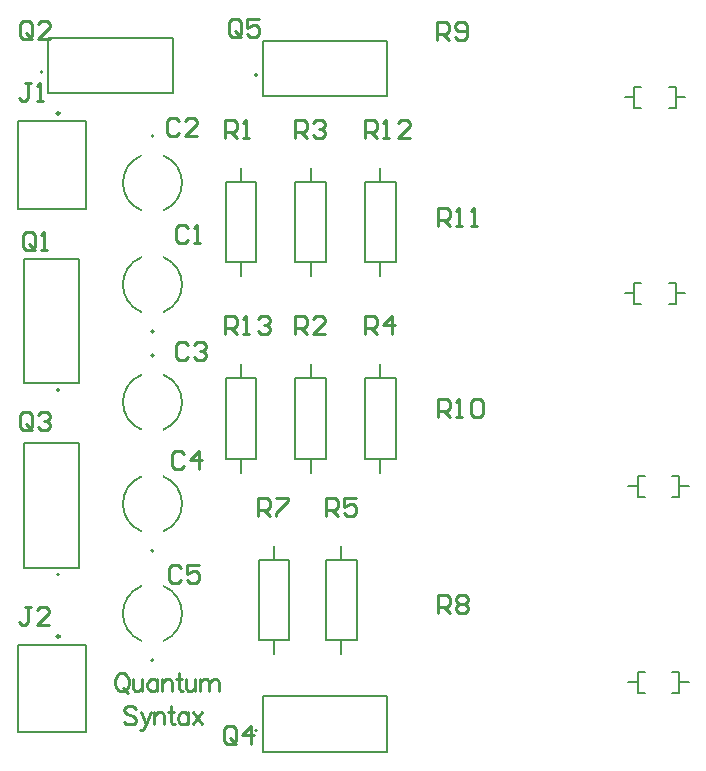
<source format=gto>
G04*
G04 #@! TF.GenerationSoftware,Altium Limited,Altium Designer,23.3.1 (30)*
G04*
G04 Layer_Color=65535*
%FSLAX25Y25*%
%MOIN*%
G70*
G04*
G04 #@! TF.SameCoordinates,0E418F4D-2CBD-42A3-A537-BC7B457329F7*
G04*
G04*
G04 #@! TF.FilePolarity,Positive*
G04*
G01*
G75*
%ADD10C,0.00787*%
%ADD11C,0.00500*%
%ADD12C,0.00984*%
%ADD13C,0.00600*%
%ADD14C,0.01000*%
D10*
X84862Y16000D02*
G03*
X84862Y16000I-394J0D01*
G01*
X50394Y141024D02*
G03*
X50394Y141024I-394J0D01*
G01*
X13362Y235500D02*
G03*
X13362Y235500I-394J0D01*
G01*
X84862Y234500D02*
G03*
X84862Y234500I-394J0D01*
G01*
X18894Y129469D02*
G03*
X18894Y129469I-394J0D01*
G01*
Y67968D02*
G03*
X18894Y67968I-394J0D01*
G01*
X50394Y214102D02*
G03*
X50394Y214102I-394J0D01*
G01*
X50394Y149016D02*
G03*
X50394Y149016I-394J0D01*
G01*
Y39398D02*
G03*
X50394Y39398I-394J0D01*
G01*
Y75937D02*
G03*
X50394Y75937I-394J0D01*
G01*
X27819Y15512D02*
Y44646D01*
X5181Y15512D02*
X27819D01*
X5181D02*
Y44646D01*
X27819D01*
Y189933D02*
Y219067D01*
X5181Y189933D02*
X27819D01*
X5181D02*
Y219067D01*
X27819D01*
D11*
X46313Y134547D02*
G03*
X46313Y116295I3687J-9126D01*
G01*
X53687D02*
G03*
X53687Y134547I-3687J9126D01*
G01*
Y189374D02*
G03*
X53687Y207626I-3687J9126D01*
G01*
X46313D02*
G03*
X46313Y189374I3687J-9126D01*
G01*
X46313Y173744D02*
G03*
X46313Y155492I3687J-9126D01*
G01*
X53687D02*
G03*
X53687Y173744I-3687J9126D01*
G01*
X46313Y64126D02*
G03*
X46313Y45874I3687J-9126D01*
G01*
X53687D02*
G03*
X53687Y64126I-3687J9126D01*
G01*
X46313Y100665D02*
G03*
X46313Y82413I3687J-9126D01*
G01*
X53687D02*
G03*
X53687Y100665I-3687J9126D01*
G01*
X224390Y161667D02*
X227539D01*
X222106Y158025D02*
X224390D01*
X222106Y165308D02*
X224390D01*
Y158025D02*
Y161667D01*
Y165308D01*
X207461Y161667D02*
X210610D01*
Y158025D02*
X212894D01*
X210610D02*
Y161667D01*
Y165308D01*
X212894D01*
X224390Y227000D02*
X227539D01*
X222106Y223358D02*
X224390D01*
X222106Y230642D02*
X224390D01*
Y223358D02*
Y227000D01*
Y230642D01*
X207461Y227000D02*
X210610D01*
Y223358D02*
X212894D01*
X210610D02*
Y227000D01*
Y230642D01*
X212894D01*
X126000Y198886D02*
X131118D01*
X120882D02*
X126000D01*
X120882Y172114D02*
Y198886D01*
Y172114D02*
X126000D01*
X131118D01*
Y198886D01*
X126000D02*
Y203531D01*
Y167468D02*
Y172114D01*
X79500Y133386D02*
X84618D01*
X74382D02*
X79500D01*
X74382Y106614D02*
Y133386D01*
Y106614D02*
X79500D01*
X84618D01*
Y133386D01*
X79500D02*
Y138031D01*
Y101968D02*
Y106614D01*
X208659Y97333D02*
X211809D01*
Y100975D02*
X214092D01*
X211809Y93692D02*
X214092D01*
X211809Y97333D02*
Y100975D01*
Y93692D02*
Y97333D01*
X225589D02*
X228738D01*
X223305Y100975D02*
X225589D01*
Y97333D02*
Y100975D01*
Y93692D02*
Y97333D01*
X223305Y93692D02*
X225589D01*
X208659Y32000D02*
X211809D01*
Y35642D02*
X214092D01*
X211809Y28358D02*
X214092D01*
X211809Y32000D02*
Y35642D01*
Y28358D02*
Y32000D01*
X225589D02*
X228738D01*
X223305Y35642D02*
X225589D01*
Y32000D02*
Y35642D01*
Y28358D02*
Y32000D01*
X223305Y28358D02*
X225589D01*
X85382Y46114D02*
X90500D01*
X95618D01*
Y72886D01*
X90500D02*
X95618D01*
X85382D02*
X90500D01*
X85382Y46114D02*
Y72886D01*
X90500Y41468D02*
Y46114D01*
Y72886D02*
Y77531D01*
X107882Y46114D02*
X113000D01*
X118118D01*
Y72886D01*
X113000D02*
X118118D01*
X107882D02*
X113000D01*
X107882Y46114D02*
Y72886D01*
X113000Y41468D02*
Y46114D01*
Y72886D02*
Y77531D01*
X126000Y133386D02*
X131118D01*
X120882D02*
X126000D01*
X120882Y106614D02*
Y133386D01*
Y106614D02*
X126000D01*
X131118D01*
Y133386D01*
X126000D02*
Y138031D01*
Y101968D02*
Y106614D01*
X97632Y172114D02*
X102750D01*
X107868D01*
Y198886D01*
X102750D02*
X107868D01*
X97632D02*
X102750D01*
X97632Y172114D02*
Y198886D01*
X102750Y167469D02*
Y172114D01*
Y198886D02*
Y203532D01*
Y133386D02*
X107868D01*
X97632D02*
X102750D01*
X97632Y106614D02*
Y133386D01*
Y106614D02*
X102750D01*
X107868D01*
Y133386D01*
X102750D02*
Y138031D01*
Y101968D02*
Y106614D01*
X74382Y172114D02*
X79500D01*
X84618D01*
Y198886D01*
X79500D02*
X84618D01*
X74382D02*
X79500D01*
X74382Y172114D02*
Y198886D01*
X79500Y167469D02*
Y172114D01*
Y198886D02*
Y203532D01*
D12*
X19059Y47303D02*
G03*
X19059Y47303I-492J0D01*
G01*
Y221724D02*
G03*
X19059Y221724I-492J0D01*
G01*
D13*
X86752Y8913D02*
Y27417D01*
X128248D01*
Y8913D02*
Y27417D01*
X86752Y8913D02*
X128248D01*
X15252Y228413D02*
X56748D01*
Y246917D01*
X15252D02*
X56748D01*
X15252Y228413D02*
Y246917D01*
X86752Y227413D02*
X128248D01*
Y245917D01*
X86752D02*
X128248D01*
X86752Y227413D02*
Y245917D01*
X7083Y131752D02*
X25587D01*
X7083D02*
Y173248D01*
X25587D01*
Y131752D02*
Y173248D01*
Y70252D02*
Y111748D01*
X7083D02*
X25587D01*
X7083Y70252D02*
Y111748D01*
Y70252D02*
X25587D01*
D14*
X145100Y184167D02*
Y190165D01*
X148099D01*
X149099Y189165D01*
Y187166D01*
X148099Y186166D01*
X145100D01*
X147099D02*
X149099Y184167D01*
X151098D02*
X153097D01*
X152098D01*
Y190165D01*
X151098Y189165D01*
X156096Y184167D02*
X158096D01*
X157096D01*
Y190165D01*
X156096Y189165D01*
X145002Y246001D02*
Y251999D01*
X148001D01*
X149000Y250999D01*
Y249000D01*
X148001Y248000D01*
X145002D01*
X147001D02*
X149000Y246001D01*
X151000Y247001D02*
X151999Y246001D01*
X153999D01*
X154998Y247001D01*
Y250999D01*
X153999Y251999D01*
X151999D01*
X151000Y250999D01*
Y250000D01*
X151999Y249000D01*
X154998D01*
X78000Y12501D02*
Y16499D01*
X77001Y17499D01*
X75001D01*
X74002Y16499D01*
Y12501D01*
X75001Y11501D01*
X77001D01*
X76001Y13500D02*
X78000Y11501D01*
X77001D02*
X78000Y12501D01*
X82999Y11501D02*
Y17499D01*
X80000Y14500D01*
X83998D01*
X62000Y144499D02*
X61001Y145499D01*
X59001D01*
X58002Y144499D01*
Y140501D01*
X59001Y139501D01*
X61001D01*
X62000Y140501D01*
X64000Y144499D02*
X64999Y145499D01*
X66999D01*
X67998Y144499D01*
Y143500D01*
X66999Y142500D01*
X65999D01*
X66999D01*
X67998Y141500D01*
Y140501D01*
X66999Y139501D01*
X64999D01*
X64000Y140501D01*
X10000Y247501D02*
Y251499D01*
X9001Y252499D01*
X7001D01*
X6002Y251499D01*
Y247501D01*
X7001Y246501D01*
X9001D01*
X8001Y248500D02*
X10000Y246501D01*
X9001D02*
X10000Y247501D01*
X15998Y246501D02*
X12000D01*
X15998Y250500D01*
Y251499D01*
X14999Y252499D01*
X12999D01*
X12000Y251499D01*
X79500Y248001D02*
Y251999D01*
X78501Y252999D01*
X76501D01*
X75502Y251999D01*
Y248001D01*
X76501Y247001D01*
X78501D01*
X77501Y249000D02*
X79500Y247001D01*
X78501D02*
X79500Y248001D01*
X85498Y252999D02*
X81500D01*
Y250000D01*
X83499Y251000D01*
X84499D01*
X85498Y250000D01*
Y248001D01*
X84499Y247001D01*
X82499D01*
X81500Y248001D01*
X10000Y117001D02*
Y120999D01*
X9001Y121999D01*
X7001D01*
X6002Y120999D01*
Y117001D01*
X7001Y116001D01*
X9001D01*
X8001Y118000D02*
X10000Y116001D01*
X9001D02*
X10000Y117001D01*
X12000Y120999D02*
X12999Y121999D01*
X14999D01*
X15998Y120999D01*
Y120000D01*
X14999Y119000D01*
X13999D01*
X14999D01*
X15998Y118000D01*
Y117001D01*
X14999Y116001D01*
X12999D01*
X12000Y117001D01*
X11000Y177001D02*
Y180999D01*
X10000Y181999D01*
X8001D01*
X7001Y180999D01*
Y177001D01*
X8001Y176001D01*
X10000D01*
X9001Y178000D02*
X11000Y176001D01*
X10000D02*
X11000Y177001D01*
X12999Y176001D02*
X14999D01*
X13999D01*
Y181999D01*
X12999Y180999D01*
X59000Y218999D02*
X58001Y219999D01*
X56001D01*
X55002Y218999D01*
Y215001D01*
X56001Y214001D01*
X58001D01*
X59000Y215001D01*
X64998Y214001D02*
X61000D01*
X64998Y218000D01*
Y218999D01*
X63999Y219999D01*
X61999D01*
X61000Y218999D01*
X62000Y183499D02*
X61000Y184499D01*
X59001D01*
X58001Y183499D01*
Y179501D01*
X59001Y178501D01*
X61000D01*
X62000Y179501D01*
X63999Y178501D02*
X65999D01*
X64999D01*
Y184499D01*
X63999Y183499D01*
X59500Y69999D02*
X58501Y70999D01*
X56501D01*
X55502Y69999D01*
Y66001D01*
X56501Y65001D01*
X58501D01*
X59500Y66001D01*
X65498Y70999D02*
X61500D01*
Y68000D01*
X63499Y69000D01*
X64499D01*
X65498Y68000D01*
Y66001D01*
X64499Y65001D01*
X62499D01*
X61500Y66001D01*
X120800Y213600D02*
Y219598D01*
X123799D01*
X124799Y218598D01*
Y216599D01*
X123799Y215599D01*
X120800D01*
X122799D02*
X124799Y213600D01*
X126798D02*
X128797D01*
X127798D01*
Y219598D01*
X126798Y218598D01*
X135795Y213600D02*
X131796D01*
X135795Y217599D01*
Y218598D01*
X134795Y219598D01*
X132796D01*
X131796Y218598D01*
X60500Y107999D02*
X59501Y108999D01*
X57501D01*
X56502Y107999D01*
Y104001D01*
X57501Y103001D01*
X59501D01*
X60500Y104001D01*
X65499Y103001D02*
Y108999D01*
X62500Y106000D01*
X66498D01*
X74300Y148100D02*
Y154098D01*
X77299D01*
X78299Y153098D01*
Y151099D01*
X77299Y150099D01*
X74300D01*
X76299D02*
X78299Y148100D01*
X80298D02*
X82297D01*
X81298D01*
Y154098D01*
X80298Y153098D01*
X85296D02*
X86296Y154098D01*
X88296D01*
X89295Y153098D01*
Y152099D01*
X88296Y151099D01*
X87296D01*
X88296D01*
X89295Y150099D01*
Y149100D01*
X88296Y148100D01*
X86296D01*
X85296Y149100D01*
X145099Y120333D02*
Y126331D01*
X148098D01*
X149098Y125332D01*
Y123332D01*
X148098Y122333D01*
X145099D01*
X147098D02*
X149098Y120333D01*
X151097D02*
X153096D01*
X152096D01*
Y126331D01*
X151097Y125332D01*
X156095D02*
X157095Y126331D01*
X159094D01*
X160094Y125332D01*
Y121333D01*
X159094Y120333D01*
X157095D01*
X156095Y121333D01*
Y125332D01*
X145099Y55000D02*
Y60998D01*
X148098D01*
X149098Y59998D01*
Y57999D01*
X148098Y56999D01*
X145099D01*
X147098D02*
X149098Y55000D01*
X151097Y59998D02*
X152096Y60998D01*
X154096D01*
X155096Y59998D01*
Y58999D01*
X154096Y57999D01*
X155096Y56999D01*
Y56000D01*
X154096Y55000D01*
X152096D01*
X151097Y56000D01*
Y56999D01*
X152096Y57999D01*
X151097Y58999D01*
Y59998D01*
X152096Y57999D02*
X154096D01*
X85300Y87600D02*
Y93598D01*
X88299D01*
X89299Y92598D01*
Y90599D01*
X88299Y89599D01*
X85300D01*
X87299D02*
X89299Y87600D01*
X91298Y93598D02*
X95297D01*
Y92598D01*
X91298Y88600D01*
Y87600D01*
X107800D02*
Y93598D01*
X110799D01*
X111799Y92598D01*
Y90599D01*
X110799Y89599D01*
X107800D01*
X109799D02*
X111799Y87600D01*
X117797Y93598D02*
X113798D01*
Y90599D01*
X115797Y91599D01*
X116797D01*
X117797Y90599D01*
Y88600D01*
X116797Y87600D01*
X114798D01*
X113798Y88600D01*
X120800Y148100D02*
Y154098D01*
X123799D01*
X124799Y153098D01*
Y151099D01*
X123799Y150099D01*
X120800D01*
X122799D02*
X124799Y148100D01*
X129797D02*
Y154098D01*
X126798Y151099D01*
X130797D01*
X97550Y213600D02*
Y219598D01*
X100549D01*
X101549Y218598D01*
Y216599D01*
X100549Y215599D01*
X97550D01*
X99549D02*
X101549Y213600D01*
X103548Y218598D02*
X104548Y219598D01*
X106547D01*
X107547Y218598D01*
Y217599D01*
X106547Y216599D01*
X105547D01*
X106547D01*
X107547Y215599D01*
Y214600D01*
X106547Y213600D01*
X104548D01*
X103548Y214600D01*
X97550Y148100D02*
Y154098D01*
X100549D01*
X101549Y153098D01*
Y151099D01*
X100549Y150099D01*
X97550D01*
X99549D02*
X101549Y148100D01*
X107547D02*
X103548D01*
X107547Y152099D01*
Y153098D01*
X106547Y154098D01*
X104548D01*
X103548Y153098D01*
X74300Y213600D02*
Y219598D01*
X77299D01*
X78299Y218598D01*
Y216599D01*
X77299Y215599D01*
X74300D01*
X76299D02*
X78299Y213600D01*
X80298D02*
X82297D01*
X81298D01*
Y219598D01*
X80298Y218598D01*
X9366Y57298D02*
X7366D01*
X8366D01*
Y52300D01*
X7366Y51300D01*
X6367D01*
X5367Y52300D01*
X15364Y51300D02*
X11365D01*
X15364Y55299D01*
Y56298D01*
X14364Y57298D01*
X12365D01*
X11365Y56298D01*
X9399Y231698D02*
X7399D01*
X8399D01*
Y226700D01*
X7399Y225700D01*
X6400D01*
X5400Y226700D01*
X11398Y225700D02*
X13397D01*
X12398D01*
Y231698D01*
X11398Y230698D01*
X44499Y23141D02*
X43928Y23713D01*
X43071Y23998D01*
X41928D01*
X41071Y23713D01*
X40500Y23141D01*
Y22570D01*
X40786Y21999D01*
X41071Y21713D01*
X41643Y21427D01*
X43356Y20856D01*
X43928Y20570D01*
X44214Y20285D01*
X44499Y19714D01*
Y18857D01*
X43928Y18285D01*
X43071Y18000D01*
X41928D01*
X41071Y18285D01*
X40500Y18857D01*
X46127Y21999D02*
X47841Y18000D01*
X49555Y21999D02*
X47841Y18000D01*
X47270Y16857D01*
X46699Y16286D01*
X46127Y16000D01*
X45842D01*
X50555Y21999D02*
Y18000D01*
Y20856D02*
X51412Y21713D01*
X51983Y21999D01*
X52840D01*
X53412Y21713D01*
X53697Y20856D01*
Y18000D01*
X56125Y23998D02*
Y19142D01*
X56411Y18285D01*
X56982Y18000D01*
X57553D01*
X55268Y21999D02*
X57268D01*
X61838D02*
Y18000D01*
Y21142D02*
X61267Y21713D01*
X60696Y21999D01*
X59839D01*
X59267Y21713D01*
X58696Y21142D01*
X58411Y20285D01*
Y19714D01*
X58696Y18857D01*
X59267Y18285D01*
X59839Y18000D01*
X60696D01*
X61267Y18285D01*
X61838Y18857D01*
X63438Y21999D02*
X66580Y18000D01*
Y21999D02*
X63438Y18000D01*
X39214Y35070D02*
X38643Y34784D01*
X38071Y34213D01*
X37786Y33642D01*
X37500Y32785D01*
Y31356D01*
X37786Y30500D01*
X38071Y29928D01*
X38643Y29357D01*
X39214Y29071D01*
X40356D01*
X40928Y29357D01*
X41499Y29928D01*
X41785Y30500D01*
X42070Y31356D01*
Y32785D01*
X41785Y33642D01*
X41499Y34213D01*
X40928Y34784D01*
X40356Y35070D01*
X39214D01*
X40071Y30214D02*
X41785Y28500D01*
X43470Y33070D02*
Y30214D01*
X43756Y29357D01*
X44327Y29071D01*
X45184D01*
X45755Y29357D01*
X46612Y30214D01*
Y33070D02*
Y29071D01*
X51611Y33070D02*
Y29071D01*
Y32214D02*
X51040Y32785D01*
X50469Y33070D01*
X49612D01*
X49040Y32785D01*
X48469Y32214D01*
X48183Y31356D01*
Y30785D01*
X48469Y29928D01*
X49040Y29357D01*
X49612Y29071D01*
X50469D01*
X51040Y29357D01*
X51611Y29928D01*
X53211Y33070D02*
Y29071D01*
Y31928D02*
X54068Y32785D01*
X54639Y33070D01*
X55496D01*
X56067Y32785D01*
X56353Y31928D01*
Y29071D01*
X58781Y35070D02*
Y30214D01*
X59067Y29357D01*
X59638Y29071D01*
X60209D01*
X57924Y33070D02*
X59924D01*
X61066D02*
Y30214D01*
X61352Y29357D01*
X61923Y29071D01*
X62780D01*
X63352Y29357D01*
X64209Y30214D01*
Y33070D02*
Y29071D01*
X65780Y33070D02*
Y29071D01*
Y31928D02*
X66637Y32785D01*
X67208Y33070D01*
X68065D01*
X68636Y32785D01*
X68922Y31928D01*
Y29071D01*
Y31928D02*
X69779Y32785D01*
X70350Y33070D01*
X71207D01*
X71778Y32785D01*
X72064Y31928D01*
Y29071D01*
M02*

</source>
